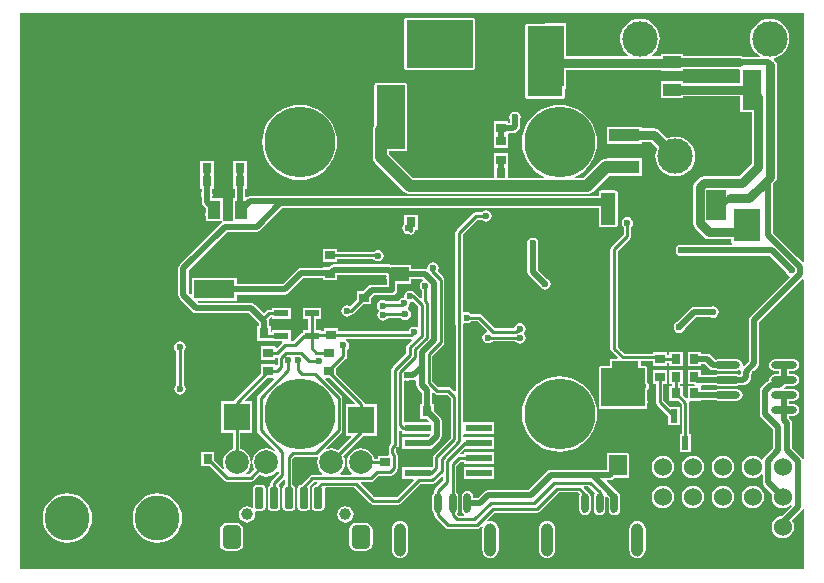
<source format=gbl>
G04*
G04 #@! TF.GenerationSoftware,Altium Limited,Altium Designer,18.0.12 (696)*
G04*
G04 Layer_Physical_Order=4*
G04 Layer_Color=16711680*
%FSLAX25Y25*%
%MOIN*%
G70*
G01*
G75*
%ADD12C,0.01000*%
%ADD47R,0.03402X0.03098*%
%ADD49R,0.03098X0.03402*%
%ADD50R,0.05512X0.20472*%
%ADD57R,0.04331X0.06102*%
%ADD58R,0.04331X0.06102*%
%ADD59R,0.13583X0.06102*%
%ADD60R,0.08661X0.02362*%
G04:AMPARAMS|DCode=61|XSize=110.24mil|YSize=39.37mil|CornerRadius=19.68mil|HoleSize=0mil|Usage=FLASHONLY|Rotation=90.000|XOffset=0mil|YOffset=0mil|HoleType=Round|Shape=RoundedRectangle|*
%AMROUNDEDRECTD61*
21,1,0.11024,0.00000,0,0,90.0*
21,1,0.07087,0.03937,0,0,90.0*
1,1,0.03937,0.00000,0.03544*
1,1,0.03937,0.00000,-0.03544*
1,1,0.03937,0.00000,-0.03544*
1,1,0.03937,0.00000,0.03544*
%
%ADD61ROUNDEDRECTD61*%
G04:AMPARAMS|DCode=62|XSize=23.62mil|YSize=66.93mil|CornerRadius=11.81mil|HoleSize=0mil|Usage=FLASHONLY|Rotation=0.000|XOffset=0mil|YOffset=0mil|HoleType=Round|Shape=RoundedRectangle|*
%AMROUNDEDRECTD62*
21,1,0.02362,0.04331,0,0,0.0*
21,1,0.00000,0.06693,0,0,0.0*
1,1,0.02362,0.00000,-0.02166*
1,1,0.02362,0.00000,-0.02166*
1,1,0.02362,0.00000,0.02166*
1,1,0.02362,0.00000,0.02166*
%
%ADD62ROUNDEDRECTD62*%
%ADD67C,0.02000*%
%ADD68C,0.03000*%
%ADD69C,0.04000*%
%ADD83C,0.06000*%
%ADD85C,0.11800*%
%ADD86C,0.07874*%
%ADD87C,0.15000*%
%ADD88C,0.23600*%
%ADD89C,0.03937*%
%ADD90C,0.02362*%
%ADD91R,0.04724X0.02165*%
G04:AMPARAMS|DCode=92|XSize=27.56mil|YSize=70.87mil|CornerRadius=4.13mil|HoleSize=0mil|Usage=FLASHONLY|Rotation=180.000|XOffset=0mil|YOffset=0mil|HoleType=Round|Shape=RoundedRectangle|*
%AMROUNDEDRECTD92*
21,1,0.02756,0.06260,0,0,180.0*
21,1,0.01929,0.07087,0,0,180.0*
1,1,0.00827,-0.00965,0.03130*
1,1,0.00827,0.00965,0.03130*
1,1,0.00827,0.00965,-0.03130*
1,1,0.00827,-0.00965,-0.03130*
%
%ADD92ROUNDEDRECTD92*%
G04:AMPARAMS|DCode=93|XSize=62.99mil|YSize=78.74mil|CornerRadius=15.75mil|HoleSize=0mil|Usage=FLASHONLY|Rotation=0.000|XOffset=0mil|YOffset=0mil|HoleType=Round|Shape=RoundedRectangle|*
%AMROUNDEDRECTD93*
21,1,0.06299,0.04724,0,0,0.0*
21,1,0.03150,0.07874,0,0,0.0*
1,1,0.03150,0.01575,-0.02362*
1,1,0.03150,-0.01575,-0.02362*
1,1,0.03150,-0.01575,0.02362*
1,1,0.03150,0.01575,0.02362*
%
%ADD93ROUNDEDRECTD93*%
%ADD94O,0.08661X0.02362*%
%ADD95R,0.09055X0.09055*%
%ADD96R,0.12992X0.09449*%
%ADD97R,0.10236X0.04331*%
%ADD98R,0.06102X0.04331*%
%ADD99R,0.06102X0.04331*%
%ADD100R,0.06102X0.13583*%
%ADD101R,0.02362X0.04528*%
%ADD102R,0.11700X0.23700*%
%ADD103R,0.22200X0.15900*%
%ADD104R,0.06400X0.04900*%
%ADD105R,0.09600X0.21300*%
%ADD106R,0.08800X0.11100*%
%ADD107R,0.06600X0.10300*%
%ADD108R,0.04900X0.10800*%
%ADD109R,0.14500X0.13000*%
%ADD110R,0.06000X0.07000*%
G36*
X982135Y262598D02*
X981635Y262390D01*
X980419Y263607D01*
X979893Y263958D01*
X971733Y272118D01*
Y288400D01*
X971723Y288451D01*
X972486Y289214D01*
X972972Y289942D01*
X973143Y290800D01*
Y327900D01*
X972972Y328758D01*
X972486Y329486D01*
X971985Y329821D01*
X971984Y329829D01*
X972087Y330354D01*
X973138Y330673D01*
X974284Y331286D01*
X975290Y332111D01*
X976114Y333116D01*
X976727Y334262D01*
X977104Y335506D01*
X977232Y336800D01*
X977104Y338094D01*
X976727Y339338D01*
X976114Y340484D01*
X975290Y341490D01*
X974284Y342314D01*
X973138Y342927D01*
X971894Y343304D01*
X970600Y343432D01*
X969306Y343304D01*
X968062Y342927D01*
X966916Y342314D01*
X965911Y341490D01*
X965086Y340484D01*
X964473Y339338D01*
X964095Y338094D01*
X963968Y336800D01*
X964095Y335506D01*
X964473Y334262D01*
X965086Y333116D01*
X965911Y332111D01*
X966916Y331286D01*
X967285Y331088D01*
X967159Y330588D01*
X961866D01*
X961358Y330927D01*
X960500Y331098D01*
X941764D01*
Y331720D01*
X934261D01*
Y330943D01*
X931455D01*
X931276Y331443D01*
X932090Y332111D01*
X932914Y333116D01*
X933527Y334262D01*
X933904Y335506D01*
X934032Y336800D01*
X933904Y338094D01*
X933527Y339338D01*
X932914Y340484D01*
X932090Y341490D01*
X931085Y342314D01*
X929938Y342927D01*
X928694Y343304D01*
X927400Y343432D01*
X926106Y343304D01*
X924862Y342927D01*
X923715Y342314D01*
X922711Y341490D01*
X921886Y340484D01*
X921273Y339338D01*
X920895Y338094D01*
X920768Y336800D01*
X920895Y335506D01*
X921273Y334262D01*
X921886Y333116D01*
X922711Y332111D01*
X923524Y331443D01*
X923345Y330943D01*
X902798D01*
Y341936D01*
X895887D01*
Y341814D01*
X889900D01*
X889627Y341759D01*
X889395Y341605D01*
X889241Y341373D01*
X889186Y341100D01*
Y317400D01*
X889241Y317127D01*
X889395Y316895D01*
X889627Y316741D01*
X889900Y316686D01*
X901600D01*
X901873Y316741D01*
X902105Y316895D01*
X902259Y317127D01*
X902314Y317400D01*
Y320064D01*
X902798D01*
Y326457D01*
X934261D01*
Y325990D01*
X941764D01*
Y326612D01*
X960500D01*
X960836Y326336D01*
Y322043D01*
X941764D01*
Y322665D01*
X934261D01*
Y316935D01*
X941764D01*
Y317557D01*
X960836D01*
Y312309D01*
X964657D01*
Y295074D01*
X960426Y290843D01*
X948689D01*
X947830Y290672D01*
X947103Y290186D01*
X945814Y288897D01*
X945328Y288170D01*
X945157Y287311D01*
Y275189D01*
X945328Y274330D01*
X945814Y273603D01*
X948803Y270614D01*
X949530Y270128D01*
X950389Y269957D01*
X957886D01*
Y269000D01*
X957941Y268727D01*
X958095Y268495D01*
X958188Y268433D01*
X958037Y267933D01*
X941992D01*
X941934Y267972D01*
X941200Y268118D01*
X940466Y267972D01*
X939844Y267556D01*
X939428Y266934D01*
X939282Y266200D01*
X939428Y265466D01*
X939844Y264844D01*
X940466Y264428D01*
X941200Y264282D01*
X941934Y264428D01*
X941992Y264467D01*
X970582D01*
X976215Y258834D01*
X976228Y258766D01*
X976644Y258144D01*
X977193Y257777D01*
X977361Y257238D01*
X964274Y244151D01*
X963899Y243589D01*
X963767Y242926D01*
Y229292D01*
X962043Y227568D01*
X961582Y227815D01*
X961619Y228000D01*
X961473Y228734D01*
X961057Y229356D01*
X960435Y229772D01*
X959701Y229918D01*
X953402D01*
X952668Y229772D01*
X952615Y229737D01*
X951126Y231226D01*
X950563Y231601D01*
X949900Y231733D01*
X947800D01*
Y232401D01*
X943302D01*
Y227599D01*
X947800D01*
Y228267D01*
X949182D01*
X950674Y226774D01*
X951237Y226399D01*
X951900Y226267D01*
X952610D01*
X952668Y226228D01*
X953402Y226082D01*
X959701D01*
X960435Y226228D01*
X960564Y226315D01*
X961014Y226014D01*
X960967Y225775D01*
Y224855D01*
X960467Y224751D01*
X960435Y224772D01*
X959701Y224918D01*
X953402D01*
X952668Y224772D01*
X952610Y224733D01*
X947800D01*
Y226401D01*
X943302D01*
Y221599D01*
X945471D01*
X945674Y221401D01*
X945471Y220901D01*
X943302D01*
Y217030D01*
X942840Y216839D01*
X941698Y217981D01*
Y220901D01*
X940672D01*
Y221599D01*
X941698D01*
Y226401D01*
X937200D01*
Y221599D01*
X938225D01*
Y220901D01*
X937200D01*
Y216099D01*
X940119D01*
X941276Y214942D01*
Y205035D01*
X940619D01*
Y199107D01*
X944381D01*
Y205035D01*
X943723D01*
Y215449D01*
X943694Y215599D01*
X944064Y216099D01*
X947800D01*
Y216267D01*
X952610D01*
X952668Y216228D01*
X953402Y216082D01*
X959701D01*
X960435Y216228D01*
X961057Y216644D01*
X961473Y217266D01*
X961619Y218000D01*
X961473Y218734D01*
X961057Y219356D01*
X960435Y219772D01*
X959701Y219918D01*
X953402D01*
X952668Y219772D01*
X952610Y219733D01*
X947800D01*
Y220767D01*
X947800Y220901D01*
X948124Y221267D01*
X952610D01*
X952668Y221228D01*
X953402Y221082D01*
X959701D01*
X960435Y221228D01*
X960493Y221267D01*
X961700D01*
X962363Y221399D01*
X962926Y221774D01*
X963926Y222774D01*
X964301Y223337D01*
X964433Y224000D01*
Y225057D01*
X966726Y227349D01*
X967101Y227911D01*
X967233Y228574D01*
Y242208D01*
X981635Y256610D01*
X982135Y256402D01*
X982135Y196613D01*
X981635Y196564D01*
X981601Y196734D01*
X981226Y197297D01*
X978233Y200289D01*
Y208543D01*
X978101Y209206D01*
X977726Y209769D01*
X977182Y210312D01*
Y211082D01*
X978598D01*
X979332Y211228D01*
X979955Y211644D01*
X980370Y212266D01*
X980516Y213000D01*
X980370Y213734D01*
X979955Y214356D01*
X979332Y214772D01*
X978598Y214918D01*
X977182D01*
Y216082D01*
X978598D01*
X979332Y216228D01*
X979955Y216644D01*
X980370Y217266D01*
X980516Y218000D01*
X980370Y218734D01*
X979955Y219356D01*
X979332Y219772D01*
X978598Y219918D01*
X975525D01*
X975318Y220418D01*
X975982Y221082D01*
X978598D01*
X979332Y221228D01*
X979955Y221644D01*
X980370Y222266D01*
X980516Y223000D01*
X980370Y223734D01*
X979955Y224356D01*
X979332Y224772D01*
X978598Y224918D01*
X977182D01*
Y226082D01*
X978598D01*
X979332Y226228D01*
X979955Y226644D01*
X980370Y227266D01*
X980516Y228000D01*
X980370Y228734D01*
X979955Y229356D01*
X979332Y229772D01*
X978598Y229918D01*
X972299D01*
X971565Y229772D01*
X970943Y229356D01*
X970527Y228734D01*
X970381Y228000D01*
X970527Y227266D01*
X970943Y226644D01*
X971565Y226228D01*
X972299Y226082D01*
X973715D01*
Y224918D01*
X972299D01*
X971565Y224772D01*
X970943Y224356D01*
X970527Y223734D01*
X970381Y223000D01*
X970420Y222803D01*
X970318Y222782D01*
X969756Y222407D01*
X967892Y220543D01*
X967517Y219981D01*
X967385Y219318D01*
Y211682D01*
X967517Y211019D01*
X967892Y210457D01*
X971767Y206582D01*
Y200289D01*
X968774Y197297D01*
X968399Y196734D01*
X968357Y196525D01*
X967822Y196400D01*
X967639Y196639D01*
X966866Y197232D01*
X965966Y197605D01*
X965000Y197732D01*
X964034Y197605D01*
X963134Y197232D01*
X962361Y196639D01*
X961768Y195866D01*
X961395Y194966D01*
X961268Y194000D01*
X961395Y193034D01*
X961768Y192134D01*
X962361Y191361D01*
X963134Y190768D01*
X964034Y190395D01*
X965000Y190268D01*
X965966Y190395D01*
X966866Y190768D01*
X967639Y191361D01*
X967767Y191528D01*
X968267Y191358D01*
Y189000D01*
X968399Y188337D01*
X968774Y187774D01*
X971450Y185099D01*
X971395Y184966D01*
X971268Y184000D01*
X971395Y183034D01*
X971768Y182134D01*
X972361Y181361D01*
X973134Y180768D01*
X974034Y180395D01*
X975000Y180268D01*
X975966Y180395D01*
X976866Y180768D01*
X977405Y181181D01*
X977961Y180996D01*
X977977Y180928D01*
X974747Y177699D01*
X974034Y177605D01*
X973134Y177232D01*
X972361Y176639D01*
X971768Y175866D01*
X971395Y174966D01*
X971268Y174000D01*
X971395Y173034D01*
X971768Y172134D01*
X972361Y171361D01*
X973134Y170768D01*
X974034Y170395D01*
X975000Y170268D01*
X975966Y170395D01*
X976866Y170768D01*
X977639Y171361D01*
X978232Y172134D01*
X978605Y173034D01*
X978732Y174000D01*
X978605Y174966D01*
X978232Y175866D01*
X978052Y176101D01*
X981226Y179274D01*
X981601Y179837D01*
X981635Y180007D01*
X982135Y179958D01*
Y159965D01*
X720615Y159965D01*
X720615Y345185D01*
X982135Y345185D01*
Y262598D01*
D02*
G37*
%LPC*%
G36*
X871700Y343714D02*
X849500D01*
X849227Y343659D01*
X848995Y343505D01*
X848841Y343273D01*
X848786Y343000D01*
Y327100D01*
X848841Y326827D01*
X848995Y326595D01*
X849227Y326441D01*
X849500Y326386D01*
X871700D01*
X871973Y326441D01*
X872205Y326595D01*
X872359Y326827D01*
X872414Y327100D01*
Y343000D01*
X872359Y343273D01*
X872205Y343505D01*
X871973Y343659D01*
X871700Y343714D01*
D02*
G37*
G36*
X885700Y312418D02*
X884966Y312272D01*
X884344Y311856D01*
X883928Y311234D01*
X883782Y310500D01*
X883928Y309766D01*
X883967Y309708D01*
Y308682D01*
X883401D01*
Y309198D01*
X878599D01*
Y304700D01*
X878599D01*
Y300302D01*
X883401D01*
Y304800D01*
X883606Y305216D01*
X884949D01*
X885612Y305347D01*
X886174Y305723D01*
X886926Y306474D01*
X887301Y307037D01*
X887433Y307700D01*
Y309708D01*
X887472Y309766D01*
X887618Y310500D01*
X887472Y311234D01*
X887056Y311856D01*
X886434Y312272D01*
X885700Y312418D01*
D02*
G37*
G36*
X927918Y307480D02*
X916282D01*
Y301750D01*
X927918D01*
Y302372D01*
X931156D01*
X933218Y300310D01*
X933073Y300038D01*
X932695Y298794D01*
X932568Y297500D01*
X932695Y296206D01*
X933073Y294962D01*
X933686Y293815D01*
X934511Y292811D01*
X935515Y291986D01*
X936662Y291373D01*
X937906Y290996D01*
X939200Y290868D01*
X940494Y290996D01*
X941738Y291373D01*
X942885Y291986D01*
X943890Y292811D01*
X944714Y293815D01*
X945327Y294962D01*
X945704Y296206D01*
X945832Y297500D01*
X945704Y298794D01*
X945327Y300038D01*
X944714Y301185D01*
X943890Y302189D01*
X942885Y303014D01*
X941738Y303627D01*
X940494Y304005D01*
X939200Y304132D01*
X937906Y304005D01*
X936662Y303627D01*
X936390Y303482D01*
X933671Y306201D01*
X932943Y306687D01*
X932085Y306858D01*
X927918D01*
Y307480D01*
D02*
G37*
G36*
X813979Y314742D02*
X812017Y314587D01*
X810104Y314128D01*
X808286Y313375D01*
X806609Y312347D01*
X805113Y311069D01*
X803835Y309573D01*
X802807Y307896D01*
X802054Y306078D01*
X801595Y304165D01*
X801440Y302203D01*
X801595Y300242D01*
X802054Y298328D01*
X802807Y296511D01*
X803835Y294833D01*
X805113Y293337D01*
X806609Y292059D01*
X808286Y291031D01*
X810104Y290278D01*
X812017Y289819D01*
X813979Y289665D01*
X815940Y289819D01*
X817853Y290278D01*
X819671Y291031D01*
X821349Y292059D01*
X822845Y293337D01*
X824123Y294833D01*
X825151Y296511D01*
X825904Y298328D01*
X826363Y300242D01*
X826517Y302203D01*
X826363Y304165D01*
X825904Y306078D01*
X825151Y307896D01*
X824123Y309573D01*
X822845Y311069D01*
X821349Y312347D01*
X819671Y313375D01*
X817853Y314128D01*
X815940Y314587D01*
X813979Y314742D01*
D02*
G37*
G36*
X849100Y321914D02*
X839500D01*
X839227Y321859D01*
X838995Y321705D01*
X838841Y321473D01*
X838786Y321200D01*
Y307820D01*
X838741Y307762D01*
X838470Y307105D01*
X838377Y306400D01*
Y297200D01*
X838470Y296495D01*
X838741Y295838D01*
X839174Y295274D01*
X848775Y285673D01*
X849339Y285241D01*
X849996Y284969D01*
X850701Y284876D01*
X909699D01*
X910404Y284969D01*
X911061Y285241D01*
X911625Y285673D01*
X917071Y291120D01*
X927918D01*
Y296850D01*
X916282D01*
Y296708D01*
X916085D01*
X915380Y296616D01*
X914723Y296343D01*
X914159Y295911D01*
X908571Y290322D01*
X905856D01*
X905758Y290813D01*
X906285Y291031D01*
X907963Y292059D01*
X909459Y293337D01*
X910737Y294833D01*
X911765Y296511D01*
X912518Y298328D01*
X912977Y300242D01*
X913132Y302203D01*
X912977Y304165D01*
X912518Y306078D01*
X911765Y307896D01*
X910737Y309573D01*
X909459Y311069D01*
X907963Y312347D01*
X906285Y313375D01*
X904468Y314128D01*
X902554Y314587D01*
X900593Y314742D01*
X898631Y314587D01*
X896718Y314128D01*
X894901Y313375D01*
X893223Y312347D01*
X891727Y311069D01*
X890449Y309573D01*
X889421Y307896D01*
X888668Y306078D01*
X888209Y304165D01*
X888054Y302203D01*
X888209Y300242D01*
X888668Y298328D01*
X889421Y296511D01*
X890449Y294833D01*
X891727Y293337D01*
X893223Y292059D01*
X894901Y291031D01*
X895427Y290813D01*
X895330Y290322D01*
X883300D01*
Y294200D01*
X883401D01*
Y298698D01*
X878599D01*
Y294200D01*
X878802D01*
Y290322D01*
X851829D01*
X843823Y298328D01*
Y299186D01*
X849100D01*
X849373Y299241D01*
X849605Y299395D01*
X849759Y299627D01*
X849814Y299900D01*
Y321200D01*
X849759Y321473D01*
X849605Y321705D01*
X849373Y321859D01*
X849100Y321914D01*
D02*
G37*
G36*
X785300Y296113D02*
X780802D01*
Y291613D01*
X780802D01*
Y286812D01*
X781318D01*
Y285668D01*
X781228Y285534D01*
X781082Y284800D01*
X781228Y284066D01*
X781318Y283932D01*
Y282236D01*
X781450Y281573D01*
X781826Y281011D01*
X782635Y280202D01*
Y278944D01*
X782628Y278934D01*
X782482Y278200D01*
X782628Y277466D01*
X782635Y277456D01*
Y276036D01*
X787932D01*
X787932Y276036D01*
X787932Y276036D01*
X788038Y276036D01*
X788140Y275699D01*
X788140D01*
Y275699D01*
X787871Y275323D01*
X773974Y261426D01*
X773599Y260863D01*
X773467Y260200D01*
Y251266D01*
X773599Y250603D01*
X773974Y250040D01*
X778340Y245674D01*
X778903Y245299D01*
X779566Y245167D01*
X797033D01*
X800318Y241882D01*
Y240901D01*
X799802D01*
Y236099D01*
X804300D01*
Y236537D01*
X804820D01*
Y235978D01*
X807938D01*
X808094Y235534D01*
X808096Y235477D01*
X806363Y233744D01*
X805901Y233936D01*
Y234300D01*
X801099D01*
Y229802D01*
X805901D01*
Y230391D01*
X806054Y230467D01*
X806290Y230419D01*
X806595Y230175D01*
Y227990D01*
X806401Y227845D01*
X805901Y228097D01*
Y228198D01*
X801099D01*
Y225278D01*
X792135Y216314D01*
X791870Y215917D01*
X791860Y215869D01*
X787772D01*
Y205414D01*
X791777D01*
Y200012D01*
X790661Y199550D01*
X789693Y198807D01*
X788950Y197838D01*
X788482Y196711D01*
X788323Y195500D01*
X788482Y194290D01*
X788753Y193635D01*
X788329Y193352D01*
X785500Y196181D01*
Y199101D01*
X781002D01*
Y194299D01*
X783922D01*
X788723Y189498D01*
X789120Y189233D01*
X789588Y189139D01*
X797706D01*
X798174Y189233D01*
X798571Y189498D01*
X800517Y191444D01*
X801632Y190982D01*
X802843Y190823D01*
X804053Y190982D01*
X805181Y191450D01*
X806150Y192193D01*
X806476Y192619D01*
X806977Y192449D01*
Y191807D01*
X804553Y189383D01*
X804288Y188986D01*
X804195Y188518D01*
Y187899D01*
X804019Y187864D01*
X803651Y187618D01*
X803405Y187250D01*
X803318Y186816D01*
Y180556D01*
X803405Y180122D01*
X803651Y179753D01*
X804019Y179507D01*
X804454Y179421D01*
X806383D01*
X806817Y179507D01*
X807185Y179753D01*
X807432Y180122D01*
X807518Y180556D01*
Y186816D01*
X807432Y187250D01*
X807185Y187618D01*
X807048Y187710D01*
X806945Y188288D01*
X806957Y188327D01*
X808616Y189986D01*
X809116Y189778D01*
Y187899D01*
X808940Y187864D01*
X808572Y187618D01*
X808326Y187250D01*
X808240Y186816D01*
Y180556D01*
X808326Y180122D01*
X808572Y179753D01*
X808940Y179507D01*
X809375Y179421D01*
X811304D01*
X811738Y179507D01*
X812107Y179753D01*
X812353Y180122D01*
X812439Y180556D01*
Y186816D01*
X812353Y187250D01*
X812107Y187618D01*
X811738Y187864D01*
X811563Y187899D01*
Y196733D01*
X812259Y197429D01*
X819363D01*
X819772Y197510D01*
X819964Y197368D01*
X820160Y197140D01*
X819982Y196711D01*
X819823Y195500D01*
X819982Y194290D01*
X820450Y193161D01*
X821193Y192193D01*
X821544Y191923D01*
X821374Y191423D01*
X818200D01*
X817732Y191330D01*
X817335Y191065D01*
X814395Y188126D01*
X814276Y187947D01*
X813862Y187864D01*
X813493Y187618D01*
X813247Y187250D01*
X813161Y186816D01*
Y180556D01*
X813247Y180122D01*
X813493Y179753D01*
X813862Y179507D01*
X814296Y179421D01*
X816225D01*
X816660Y179507D01*
X817028Y179753D01*
X817274Y180122D01*
X817360Y180556D01*
Y186816D01*
X817274Y187250D01*
X817156Y187426D01*
X818707Y188977D01*
X819593D01*
X819784Y188515D01*
X819317Y188047D01*
X819252Y187951D01*
X819217D01*
X818783Y187864D01*
X818414Y187618D01*
X818169Y187250D01*
X818082Y186816D01*
Y180556D01*
X818169Y180122D01*
X818414Y179753D01*
X818783Y179507D01*
X819217Y179421D01*
X821146D01*
X821581Y179507D01*
X821949Y179753D01*
X822195Y180122D01*
X822282Y180556D01*
Y186816D01*
X822281Y186819D01*
X822598Y187206D01*
X832197D01*
X837549Y181854D01*
X837945Y181588D01*
X838414Y181495D01*
X846852D01*
X847320Y181588D01*
X847717Y181854D01*
X854258Y188396D01*
X858092D01*
X858560Y188489D01*
X858957Y188754D01*
X861275Y191073D01*
X861738Y190881D01*
Y189468D01*
X859174Y186904D01*
X858909Y186507D01*
X858815Y186039D01*
Y185567D01*
X858683Y185479D01*
X858267Y184856D01*
X858121Y184123D01*
Y179791D01*
X858267Y179058D01*
X858683Y178435D01*
X858815Y178347D01*
Y177961D01*
X858909Y177493D01*
X859174Y177096D01*
X862635Y173635D01*
X863032Y173370D01*
X863500Y173276D01*
X873000D01*
X873468Y173370D01*
X873865Y173635D01*
X874556Y174326D01*
X874980Y174043D01*
X874959Y173992D01*
X874868Y173295D01*
Y166209D01*
X874959Y165512D01*
X875228Y164863D01*
X875656Y164305D01*
X876213Y163878D01*
X876862Y163609D01*
X877559Y163517D01*
X878256Y163609D01*
X878905Y163878D01*
X879462Y164305D01*
X879890Y164863D01*
X880159Y165512D01*
X880250Y166209D01*
Y173295D01*
X880159Y173992D01*
X879890Y174641D01*
X879462Y175199D01*
X878905Y175626D01*
X878256Y175895D01*
X877559Y175987D01*
X876862Y175895D01*
X876812Y175874D01*
X876528Y176298D01*
X879007Y178777D01*
X893000D01*
X893468Y178870D01*
X893865Y179135D01*
X900310Y185580D01*
X906690D01*
X907326Y184944D01*
X907267Y184856D01*
X907121Y184123D01*
Y179791D01*
X907267Y179058D01*
X907683Y178435D01*
X908305Y178020D01*
X909039Y177874D01*
X909773Y178020D01*
X910395Y178435D01*
X910811Y179058D01*
X910957Y179791D01*
Y184123D01*
X910811Y184856D01*
X910395Y185479D01*
X909928Y185791D01*
X909904Y185826D01*
X908612Y187118D01*
X908804Y187580D01*
X910190D01*
X912479Y185291D01*
X912189Y184856D01*
X912043Y184123D01*
Y179791D01*
X912189Y179058D01*
X912605Y178435D01*
X913227Y178020D01*
X913961Y177874D01*
X914695Y178020D01*
X915317Y178435D01*
X915733Y179058D01*
X915879Y179791D01*
Y183998D01*
X916320Y184264D01*
X916964Y183620D01*
Y179791D01*
X917110Y179058D01*
X917526Y178435D01*
X918148Y178020D01*
X918882Y177874D01*
X919616Y178020D01*
X920238Y178435D01*
X920654Y179058D01*
X920800Y179791D01*
Y184123D01*
X920654Y184856D01*
X920238Y185479D01*
X919616Y185894D01*
X919587Y185900D01*
X916378Y189108D01*
X916570Y189570D01*
X917303D01*
X917967Y189702D01*
X918529Y190078D01*
X918738Y190286D01*
X923000D01*
X923273Y190341D01*
X923505Y190495D01*
X923659Y190727D01*
X923714Y191000D01*
Y198000D01*
X923659Y198273D01*
X923505Y198505D01*
X923273Y198659D01*
X923000Y198714D01*
X917000D01*
X916727Y198659D01*
X916495Y198505D01*
X916341Y198273D01*
X916286Y198000D01*
Y193037D01*
X897768D01*
X897105Y192905D01*
X896542Y192529D01*
X890246Y186233D01*
X876636D01*
X876636Y186233D01*
X875973Y186101D01*
X875410Y185726D01*
X875410Y185726D01*
X873375Y183690D01*
X871800D01*
Y184123D01*
X871654Y184856D01*
X871238Y185479D01*
X870616Y185894D01*
X869882Y186040D01*
X869148Y185894D01*
X868526Y185479D01*
X868110Y184856D01*
X867964Y184123D01*
Y179791D01*
X868110Y179058D01*
X868526Y178435D01*
X868843Y178224D01*
X868691Y177724D01*
X867007D01*
X866315Y178415D01*
X866317Y178435D01*
X866733Y179058D01*
X866879Y179791D01*
Y184123D01*
X866733Y184856D01*
X866317Y185479D01*
X866185Y185567D01*
Y194454D01*
X867507Y195776D01*
X868705D01*
Y195119D01*
X878767D01*
Y198881D01*
X868705D01*
Y198223D01*
X867706D01*
X867515Y198685D01*
X868948Y200119D01*
X878767D01*
Y203881D01*
X868705D01*
X868423Y204264D01*
Y204736D01*
X868705Y205119D01*
X868923Y205119D01*
X878767D01*
Y208881D01*
X868923D01*
X868705Y208881D01*
X868423Y209264D01*
Y241533D01*
X868380Y241752D01*
X868818Y242060D01*
X868866Y242028D01*
X869600Y241882D01*
X870334Y242028D01*
X870956Y242444D01*
X871045Y242577D01*
X873293D01*
X876418Y239452D01*
X876253Y238909D01*
X876066Y238872D01*
X875444Y238456D01*
X875028Y237834D01*
X874882Y237100D01*
X875028Y236366D01*
X875444Y235744D01*
X876066Y235328D01*
X876800Y235182D01*
X877534Y235328D01*
X878156Y235744D01*
X878245Y235876D01*
X885888D01*
X886044Y235644D01*
X886666Y235228D01*
X887400Y235082D01*
X888134Y235228D01*
X888756Y235644D01*
X889172Y236266D01*
X889318Y237000D01*
X889172Y237734D01*
X888855Y238208D01*
X888756Y238744D01*
X889172Y239366D01*
X889318Y240100D01*
X889172Y240834D01*
X888756Y241456D01*
X888134Y241872D01*
X887400Y242018D01*
X886666Y241872D01*
X886044Y241456D01*
X885628Y240834D01*
X885526Y240323D01*
X879007D01*
X874665Y244665D01*
X874268Y244930D01*
X873800Y245023D01*
X871045D01*
X870956Y245156D01*
X870334Y245572D01*
X869600Y245718D01*
X868866Y245572D01*
X868783Y245517D01*
X868342Y245752D01*
Y271612D01*
X873207Y276477D01*
X874555D01*
X874644Y276344D01*
X875266Y275928D01*
X876000Y275782D01*
X876734Y275928D01*
X877356Y276344D01*
X877772Y276966D01*
X877918Y277700D01*
X877772Y278434D01*
X877356Y279056D01*
X876734Y279472D01*
X876000Y279618D01*
X875266Y279472D01*
X874644Y279056D01*
X874555Y278924D01*
X872700D01*
X872232Y278830D01*
X871835Y278565D01*
X866254Y272984D01*
X865989Y272587D01*
X865895Y272119D01*
Y241614D01*
X865977Y241206D01*
Y219274D01*
X865515Y219083D01*
X864351Y220246D01*
X863955Y220512D01*
X863486Y220605D01*
X860226D01*
X858205Y222626D01*
Y231074D01*
X861846Y234716D01*
X862111Y235113D01*
X862205Y235581D01*
Y256405D01*
X862111Y256873D01*
X861846Y257270D01*
X859923Y259193D01*
X860172Y259566D01*
X860318Y260300D01*
X860172Y261034D01*
X859756Y261656D01*
X859134Y262072D01*
X858400Y262218D01*
X857666Y262072D01*
X857044Y261656D01*
X856628Y261034D01*
X856517Y260476D01*
X856482Y260300D01*
X856011Y260106D01*
X855875Y260133D01*
X851214D01*
Y260700D01*
X851159Y260973D01*
X851005Y261205D01*
X850773Y261359D01*
X850500Y261414D01*
X844403D01*
X843800Y261534D01*
X825352D01*
X824688Y261402D01*
X824126Y261026D01*
X823798Y260698D01*
X821599D01*
Y260433D01*
X814500D01*
X813837Y260301D01*
X813274Y259926D01*
X808295Y254946D01*
X792991D01*
Y256964D01*
X778009D01*
Y251562D01*
X777547Y251370D01*
X776933Y251984D01*
Y259482D01*
X789818Y272367D01*
X799600D01*
X800263Y272499D01*
X800826Y272874D01*
X808118Y280167D01*
X913586D01*
Y274700D01*
X913641Y274427D01*
X913795Y274195D01*
X914027Y274041D01*
X914300Y273986D01*
X919200D01*
X919473Y274041D01*
X919705Y274195D01*
X919859Y274427D01*
X919914Y274700D01*
Y285500D01*
X919859Y285773D01*
X919705Y286005D01*
X919473Y286159D01*
X919200Y286214D01*
X914300D01*
X914027Y286159D01*
X913795Y286005D01*
X913641Y285773D01*
X913586Y285500D01*
Y284233D01*
X797268D01*
X796604Y284101D01*
X796284Y283888D01*
X795785Y284155D01*
Y286812D01*
X796300D01*
Y291312D01*
X796300D01*
Y296113D01*
X791802D01*
Y291613D01*
X791802D01*
Y286812D01*
X792318D01*
Y283539D01*
X791690D01*
Y276036D01*
X791274Y275833D01*
X789100D01*
X789067Y275827D01*
X788587Y275950D01*
X788587Y275950D01*
D01*
X788365Y276197D01*
X788365Y276365D01*
X788365Y276400D01*
Y283539D01*
X784785D01*
Y284129D01*
X784918Y284800D01*
X784785Y285471D01*
Y286812D01*
X785300D01*
Y291312D01*
X785300D01*
Y296113D01*
D02*
G37*
G36*
X853300Y277901D02*
X848802D01*
Y274995D01*
X848744Y274956D01*
X848328Y274334D01*
X848182Y273600D01*
X848328Y272866D01*
X848744Y272244D01*
X849366Y271828D01*
X850100Y271682D01*
X850286Y271719D01*
X850583Y271521D01*
X851051Y271428D01*
X851519Y271521D01*
X851916Y271786D01*
X852182Y272183D01*
X852275Y272651D01*
Y273099D01*
X853300D01*
Y277901D01*
D02*
G37*
G36*
X826401Y266800D02*
X821599D01*
Y262302D01*
X826401D01*
Y263328D01*
X838535D01*
X838688Y263100D01*
X839310Y262684D01*
X840044Y262538D01*
X840778Y262684D01*
X841400Y263100D01*
X841816Y263722D01*
X841962Y264456D01*
X841816Y265190D01*
X841400Y265812D01*
X840778Y266228D01*
X840044Y266374D01*
X839310Y266228D01*
X838688Y265812D01*
X838662Y265775D01*
X826401D01*
Y266800D01*
D02*
G37*
G36*
X891600Y270418D02*
X890866Y270272D01*
X890244Y269856D01*
X889828Y269234D01*
X889682Y268500D01*
X889828Y267766D01*
X889867Y267708D01*
Y259100D01*
X889999Y258437D01*
X890374Y257874D01*
X893915Y254334D01*
X893928Y254266D01*
X894344Y253644D01*
X894966Y253228D01*
X895700Y253082D01*
X896434Y253228D01*
X897056Y253644D01*
X897472Y254266D01*
X897618Y255000D01*
X897472Y255734D01*
X897056Y256356D01*
X896434Y256772D01*
X896366Y256785D01*
X893333Y259818D01*
Y267708D01*
X893372Y267766D01*
X893518Y268500D01*
X893372Y269234D01*
X892956Y269856D01*
X892334Y270272D01*
X891600Y270418D01*
D02*
G37*
G36*
X951800Y247518D02*
X951066Y247372D01*
X951008Y247333D01*
X945500D01*
X944837Y247201D01*
X944274Y246826D01*
X939834Y242386D01*
X939766Y242372D01*
X939144Y241956D01*
X938728Y241334D01*
X938582Y240600D01*
X938728Y239866D01*
X939144Y239244D01*
X939766Y238828D01*
X940500Y238682D01*
X941234Y238828D01*
X941856Y239244D01*
X942272Y239866D01*
X942286Y239934D01*
X946218Y243867D01*
X951008D01*
X951066Y243828D01*
X951800Y243682D01*
X952534Y243828D01*
X953156Y244244D01*
X953572Y244866D01*
X953718Y245600D01*
X953572Y246334D01*
X953156Y246956D01*
X952534Y247372D01*
X951800Y247518D01*
D02*
G37*
G36*
X923200Y277318D02*
X922466Y277172D01*
X921844Y276756D01*
X921428Y276134D01*
X921282Y275400D01*
X921428Y274666D01*
X921844Y274044D01*
X921976Y273955D01*
Y271507D01*
X917854Y267384D01*
X917589Y266987D01*
X917495Y266519D01*
Y233471D01*
X917589Y233003D01*
X917854Y232606D01*
X919912Y230548D01*
X919721Y230086D01*
X917272D01*
Y227714D01*
X914500D01*
X914227Y227659D01*
X913995Y227505D01*
X913841Y227273D01*
X913786Y227000D01*
Y214000D01*
X913841Y213727D01*
X913995Y213495D01*
X914227Y213341D01*
X914500Y213286D01*
X929000D01*
X929273Y213341D01*
X929505Y213495D01*
X929659Y213727D01*
X929714Y214000D01*
Y214679D01*
X929772Y214766D01*
X929918Y215500D01*
X929772Y216234D01*
X929714Y216321D01*
Y219549D01*
X929856Y219644D01*
X930272Y220266D01*
X930418Y221000D01*
X930272Y221734D01*
X929856Y222356D01*
X929714Y222451D01*
Y227000D01*
X929659Y227273D01*
X929505Y227505D01*
X929273Y227659D01*
X929000Y227714D01*
X927728D01*
Y229362D01*
X931599D01*
Y227802D01*
X936401D01*
Y228828D01*
X937200D01*
Y227599D01*
X941698D01*
Y232401D01*
X937200D01*
Y231275D01*
X936401D01*
Y232300D01*
X931599D01*
Y231809D01*
X922111D01*
X919942Y233978D01*
Y266012D01*
X924065Y270135D01*
X924330Y270532D01*
X924424Y271000D01*
Y273955D01*
X924556Y274044D01*
X924972Y274666D01*
X925118Y275400D01*
X924972Y276134D01*
X924556Y276756D01*
X923934Y277172D01*
X923200Y277318D01*
D02*
G37*
G36*
X774000Y235918D02*
X773266Y235772D01*
X772644Y235356D01*
X772228Y234734D01*
X772082Y234000D01*
X772228Y233266D01*
X772644Y232644D01*
X772877Y232488D01*
Y221445D01*
X772744Y221356D01*
X772328Y220734D01*
X772182Y220000D01*
X772328Y219266D01*
X772744Y218644D01*
X773366Y218228D01*
X774100Y218082D01*
X774834Y218228D01*
X775456Y218644D01*
X775872Y219266D01*
X776018Y220000D01*
X775872Y220734D01*
X775456Y221356D01*
X775323Y221445D01*
Y232622D01*
X775356Y232644D01*
X775772Y233266D01*
X775918Y234000D01*
X775772Y234734D01*
X775356Y235356D01*
X774734Y235772D01*
X774000Y235918D01*
D02*
G37*
G36*
X936401Y226198D02*
X931599D01*
Y221700D01*
X932777D01*
Y215689D01*
X932870Y215221D01*
X933135Y214824D01*
X936879Y211080D01*
Y207965D01*
X940641D01*
Y213893D01*
X937526D01*
X935223Y216196D01*
Y221700D01*
X936401D01*
Y226198D01*
D02*
G37*
G36*
X900593Y224191D02*
X898631Y224036D01*
X896718Y223577D01*
X894901Y222824D01*
X893223Y221796D01*
X891727Y220518D01*
X890449Y219022D01*
X889421Y217344D01*
X888668Y215527D01*
X888209Y213614D01*
X888054Y211652D01*
X888209Y209690D01*
X888668Y207777D01*
X889421Y205960D01*
X890449Y204282D01*
X891727Y202786D01*
X893223Y201508D01*
X894901Y200480D01*
X896718Y199727D01*
X898631Y199268D01*
X900593Y199113D01*
X902554Y199268D01*
X904468Y199727D01*
X906285Y200480D01*
X907963Y201508D01*
X909459Y202786D01*
X910737Y204282D01*
X911765Y205960D01*
X912518Y207777D01*
X912977Y209690D01*
X913132Y211652D01*
X912977Y213614D01*
X912518Y215527D01*
X911765Y217344D01*
X910737Y219022D01*
X909459Y220518D01*
X907963Y221796D01*
X906285Y222824D01*
X904468Y223577D01*
X902554Y224036D01*
X900593Y224191D01*
D02*
G37*
G36*
X955000Y197732D02*
X954034Y197605D01*
X953134Y197232D01*
X952361Y196639D01*
X951768Y195866D01*
X951395Y194966D01*
X951268Y194000D01*
X951395Y193034D01*
X951768Y192134D01*
X952361Y191361D01*
X953134Y190768D01*
X954034Y190395D01*
X955000Y190268D01*
X955966Y190395D01*
X956866Y190768D01*
X957639Y191361D01*
X958232Y192134D01*
X958605Y193034D01*
X958732Y194000D01*
X958605Y194966D01*
X958232Y195866D01*
X957639Y196639D01*
X956866Y197232D01*
X955966Y197605D01*
X955000Y197732D01*
D02*
G37*
G36*
X945000D02*
X944034Y197605D01*
X943134Y197232D01*
X942361Y196639D01*
X941768Y195866D01*
X941395Y194966D01*
X941268Y194000D01*
X941395Y193034D01*
X941768Y192134D01*
X942361Y191361D01*
X943134Y190768D01*
X944034Y190395D01*
X945000Y190268D01*
X945966Y190395D01*
X946866Y190768D01*
X947639Y191361D01*
X948232Y192134D01*
X948605Y193034D01*
X948732Y194000D01*
X948605Y194966D01*
X948232Y195866D01*
X947639Y196639D01*
X946866Y197232D01*
X945966Y197605D01*
X945000Y197732D01*
D02*
G37*
G36*
X935000D02*
X934034Y197605D01*
X933134Y197232D01*
X932361Y196639D01*
X931768Y195866D01*
X931395Y194966D01*
X931268Y194000D01*
X931395Y193034D01*
X931768Y192134D01*
X932361Y191361D01*
X933134Y190768D01*
X934034Y190395D01*
X935000Y190268D01*
X935966Y190395D01*
X936866Y190768D01*
X937639Y191361D01*
X938232Y192134D01*
X938605Y193034D01*
X938732Y194000D01*
X938605Y194966D01*
X938232Y195866D01*
X937639Y196639D01*
X936866Y197232D01*
X935966Y197605D01*
X935000Y197732D01*
D02*
G37*
G36*
X878767Y193881D02*
X868705D01*
Y190119D01*
X878767D01*
Y193881D01*
D02*
G37*
G36*
X801461Y187951D02*
X799532D01*
X799098Y187864D01*
X798730Y187618D01*
X798483Y187250D01*
X798397Y186816D01*
Y180607D01*
X798272Y180496D01*
X797931Y180334D01*
X797709Y180505D01*
X797060Y180774D01*
X796363Y180866D01*
X795666Y180774D01*
X795017Y180505D01*
X794460Y180077D01*
X794032Y179520D01*
X793763Y178871D01*
X793672Y178174D01*
X793763Y177477D01*
X794032Y176828D01*
X794460Y176271D01*
X795017Y175843D01*
X795666Y175574D01*
X796363Y175482D01*
X797060Y175574D01*
X797709Y175843D01*
X798266Y176271D01*
X798694Y176828D01*
X798963Y177477D01*
X799054Y178174D01*
X798963Y178871D01*
X798876Y179080D01*
X798915Y179155D01*
X799253Y179476D01*
X799532Y179421D01*
X801461D01*
X801896Y179507D01*
X802264Y179753D01*
X802510Y180122D01*
X802597Y180556D01*
Y186816D01*
X802510Y187250D01*
X802264Y187618D01*
X801896Y187864D01*
X801461Y187951D01*
D02*
G37*
G36*
X965000Y187732D02*
X964034Y187605D01*
X963134Y187232D01*
X962361Y186639D01*
X961768Y185866D01*
X961395Y184966D01*
X961268Y184000D01*
X961395Y183034D01*
X961768Y182134D01*
X962361Y181361D01*
X963134Y180768D01*
X964034Y180395D01*
X965000Y180268D01*
X965966Y180395D01*
X966866Y180768D01*
X967639Y181361D01*
X968232Y182134D01*
X968605Y183034D01*
X968732Y184000D01*
X968605Y184966D01*
X968232Y185866D01*
X967639Y186639D01*
X966866Y187232D01*
X965966Y187605D01*
X965000Y187732D01*
D02*
G37*
G36*
X955000D02*
X954034Y187605D01*
X953134Y187232D01*
X952361Y186639D01*
X951768Y185866D01*
X951395Y184966D01*
X951268Y184000D01*
X951395Y183034D01*
X951768Y182134D01*
X952361Y181361D01*
X953134Y180768D01*
X954034Y180395D01*
X955000Y180268D01*
X955966Y180395D01*
X956866Y180768D01*
X957639Y181361D01*
X958232Y182134D01*
X958605Y183034D01*
X958732Y184000D01*
X958605Y184966D01*
X958232Y185866D01*
X957639Y186639D01*
X956866Y187232D01*
X955966Y187605D01*
X955000Y187732D01*
D02*
G37*
G36*
X945000D02*
X944034Y187605D01*
X943134Y187232D01*
X942361Y186639D01*
X941768Y185866D01*
X941395Y184966D01*
X941268Y184000D01*
X941395Y183034D01*
X941768Y182134D01*
X942361Y181361D01*
X943134Y180768D01*
X944034Y180395D01*
X945000Y180268D01*
X945966Y180395D01*
X946866Y180768D01*
X947639Y181361D01*
X948232Y182134D01*
X948605Y183034D01*
X948732Y184000D01*
X948605Y184966D01*
X948232Y185866D01*
X947639Y186639D01*
X946866Y187232D01*
X945966Y187605D01*
X945000Y187732D01*
D02*
G37*
G36*
X935000D02*
X934034Y187605D01*
X933134Y187232D01*
X932361Y186639D01*
X931768Y185866D01*
X931395Y184966D01*
X931268Y184000D01*
X931395Y183034D01*
X931768Y182134D01*
X932361Y181361D01*
X933134Y180768D01*
X934034Y180395D01*
X935000Y180268D01*
X935966Y180395D01*
X936866Y180768D01*
X937639Y181361D01*
X938232Y182134D01*
X938605Y183034D01*
X938732Y184000D01*
X938605Y184966D01*
X938232Y185866D01*
X937639Y186639D01*
X936866Y187232D01*
X935966Y187605D01*
X935000Y187732D01*
D02*
G37*
G36*
X829237Y180866D02*
X828540Y180774D01*
X827891Y180505D01*
X827334Y180077D01*
X826906Y179520D01*
X826637Y178871D01*
X826546Y178174D01*
X826637Y177477D01*
X826906Y176828D01*
X827334Y176271D01*
X827891Y175843D01*
X828540Y175574D01*
X829237Y175482D01*
X829934Y175574D01*
X830583Y175843D01*
X831140Y176271D01*
X831568Y176828D01*
X831837Y177477D01*
X831929Y178174D01*
X831837Y178871D01*
X831568Y179520D01*
X831140Y180077D01*
X830583Y180505D01*
X829934Y180774D01*
X829237Y180866D01*
D02*
G37*
G36*
X766500Y185240D02*
X764892Y185081D01*
X763347Y184613D01*
X761922Y183851D01*
X760674Y182826D01*
X759649Y181578D01*
X758887Y180153D01*
X758419Y178607D01*
X758260Y177000D01*
X758419Y175392D01*
X758887Y173847D01*
X759649Y172422D01*
X760674Y171174D01*
X761922Y170149D01*
X763347Y169387D01*
X764892Y168919D01*
X766500Y168760D01*
X768108Y168919D01*
X769653Y169387D01*
X771078Y170149D01*
X772326Y171174D01*
X773351Y172422D01*
X774113Y173847D01*
X774581Y175392D01*
X774740Y177000D01*
X774581Y178607D01*
X774113Y180153D01*
X773351Y181578D01*
X772326Y182826D01*
X771078Y183851D01*
X769653Y184613D01*
X768108Y185081D01*
X766500Y185240D01*
D02*
G37*
G36*
X736500D02*
X734893Y185081D01*
X733347Y184613D01*
X731922Y183851D01*
X730674Y182826D01*
X729649Y181578D01*
X728888Y180153D01*
X728419Y178607D01*
X728260Y177000D01*
X728419Y175392D01*
X728888Y173847D01*
X729649Y172422D01*
X730674Y171174D01*
X731922Y170149D01*
X733347Y169387D01*
X734893Y168919D01*
X736500Y168760D01*
X738107Y168919D01*
X739653Y169387D01*
X741078Y170149D01*
X742326Y171174D01*
X743351Y172422D01*
X744112Y173847D01*
X744581Y175392D01*
X744740Y177000D01*
X744581Y178607D01*
X744112Y180153D01*
X743351Y181578D01*
X742326Y182826D01*
X741078Y183851D01*
X739653Y184613D01*
X738107Y185081D01*
X736500Y185240D01*
D02*
G37*
G36*
X835930Y175375D02*
X832780D01*
X831893Y175199D01*
X831140Y174696D01*
X830638Y173944D01*
X830461Y173056D01*
Y168332D01*
X830638Y167444D01*
X831140Y166692D01*
X831893Y166189D01*
X832780Y166012D01*
X835930D01*
X836818Y166189D01*
X837570Y166692D01*
X838073Y167444D01*
X838249Y168332D01*
Y173056D01*
X838073Y173944D01*
X837570Y174696D01*
X836818Y175199D01*
X835930Y175375D01*
D02*
G37*
G36*
X792820D02*
X789670D01*
X788782Y175199D01*
X788030Y174696D01*
X787527Y173944D01*
X787351Y173056D01*
Y168332D01*
X787527Y167444D01*
X788030Y166692D01*
X788782Y166189D01*
X789670Y166012D01*
X792820D01*
X793707Y166189D01*
X794460Y166692D01*
X794962Y167444D01*
X795139Y168332D01*
Y173056D01*
X794962Y173944D01*
X794460Y174696D01*
X793707Y175199D01*
X792820Y175375D01*
D02*
G37*
G36*
X926559Y175987D02*
X925862Y175895D01*
X925213Y175626D01*
X924656Y175199D01*
X924228Y174641D01*
X923959Y173992D01*
X923868Y173295D01*
Y166209D01*
X923959Y165512D01*
X924228Y164863D01*
X924656Y164305D01*
X925213Y163878D01*
X925862Y163609D01*
X926559Y163517D01*
X927256Y163609D01*
X927905Y163878D01*
X928462Y164305D01*
X928890Y164863D01*
X929159Y165512D01*
X929251Y166209D01*
Y173295D01*
X929159Y173992D01*
X928890Y174641D01*
X928462Y175199D01*
X927905Y175626D01*
X927256Y175895D01*
X926559Y175987D01*
D02*
G37*
G36*
X896441D02*
X895744Y175895D01*
X895095Y175626D01*
X894538Y175199D01*
X894110Y174641D01*
X893841Y173992D01*
X893750Y173295D01*
Y166209D01*
X893841Y165512D01*
X894110Y164863D01*
X894538Y164305D01*
X895095Y163878D01*
X895744Y163609D01*
X896441Y163517D01*
X897138Y163609D01*
X897787Y163878D01*
X898344Y164305D01*
X898772Y164863D01*
X899041Y165512D01*
X899133Y166209D01*
Y173295D01*
X899041Y173992D01*
X898772Y174641D01*
X898344Y175199D01*
X897787Y175626D01*
X897138Y175895D01*
X896441Y175987D01*
D02*
G37*
G36*
X847441D02*
X846744Y175895D01*
X846095Y175626D01*
X845538Y175199D01*
X845110Y174641D01*
X844841Y173992D01*
X844750Y173295D01*
Y166209D01*
X844841Y165512D01*
X845110Y164863D01*
X845538Y164305D01*
X846095Y163878D01*
X846744Y163609D01*
X847441Y163517D01*
X848138Y163609D01*
X848787Y163878D01*
X849344Y164305D01*
X849772Y164863D01*
X850041Y165512D01*
X850132Y166209D01*
Y173295D01*
X850041Y173992D01*
X849772Y174641D01*
X849344Y175199D01*
X848787Y175626D01*
X848138Y175895D01*
X847441Y175987D01*
D02*
G37*
%LPD*%
G36*
X842940Y257567D02*
X842863Y257181D01*
X843009Y256447D01*
X843048Y256389D01*
Y254733D01*
X838051D01*
X837388Y254601D01*
X836826Y254226D01*
X835298Y252698D01*
X833099D01*
Y249778D01*
X830829Y247508D01*
X830434Y247772D01*
X829700Y247918D01*
X828966Y247772D01*
X828344Y247356D01*
X827928Y246734D01*
X827782Y246000D01*
X827928Y245266D01*
X828344Y244644D01*
X828966Y244228D01*
X829700Y244082D01*
X830434Y244228D01*
X831056Y244644D01*
X831159Y244798D01*
X831519Y244870D01*
X831916Y245135D01*
X834981Y248200D01*
X837901D01*
Y250398D01*
X838769Y251267D01*
X843681D01*
X843776Y251286D01*
X844781D01*
X845444Y251417D01*
X846007Y251793D01*
X846383Y252356D01*
X846514Y253019D01*
Y255086D01*
X850500D01*
X850773Y255141D01*
X851005Y255295D01*
X851159Y255527D01*
X851214Y255800D01*
Y256667D01*
X854770D01*
X854922Y256460D01*
X854803Y255829D01*
X854544Y255656D01*
X854128Y255034D01*
X853982Y254300D01*
X854128Y253566D01*
X854544Y252944D01*
X854677Y252855D01*
Y250407D01*
X854215Y250216D01*
X852665Y251765D01*
X852338Y251983D01*
X852156Y252256D01*
X851534Y252672D01*
X850800Y252818D01*
X850066Y252672D01*
X849444Y252256D01*
X849028Y251634D01*
X848885Y250917D01*
X848882Y250900D01*
X848802Y250431D01*
X848365Y250331D01*
X848066Y250272D01*
X847916Y250172D01*
X847444Y249856D01*
X847028Y249234D01*
X847026Y249223D01*
X842855D01*
X842334Y249572D01*
X841600Y249718D01*
X840866Y249572D01*
X840244Y249156D01*
X839828Y248534D01*
X839682Y247800D01*
X839828Y247066D01*
X840176Y246545D01*
X840344Y246056D01*
X839928Y245434D01*
X839782Y244700D01*
X839928Y243966D01*
X840344Y243344D01*
X840966Y242928D01*
X841700Y242782D01*
X842434Y242928D01*
X843056Y243344D01*
X843279Y243676D01*
X847755D01*
X847844Y243544D01*
X848466Y243128D01*
X849200Y242982D01*
X849934Y243128D01*
X850556Y243544D01*
X850972Y244166D01*
X851118Y244900D01*
X850972Y245634D01*
X850556Y246256D01*
X850142Y246533D01*
X850104Y247109D01*
X850156Y247144D01*
X850572Y247766D01*
X850718Y248500D01*
X850718Y248500D01*
X850719Y248505D01*
X850719Y248505D01*
X850800Y248982D01*
X851534Y249128D01*
X851718Y249251D01*
X853358Y247612D01*
Y240852D01*
X852917Y240617D01*
X852834Y240672D01*
X852100Y240818D01*
X851366Y240672D01*
X850744Y240256D01*
X850328Y239634D01*
X850236Y239172D01*
X826901D01*
Y240198D01*
X822099D01*
Y239172D01*
X821180D01*
Y239543D01*
X819341D01*
Y243458D01*
X821180D01*
Y247023D01*
X815056D01*
Y243458D01*
X816895D01*
Y239543D01*
X815056D01*
Y238903D01*
X814992Y238890D01*
X814595Y238625D01*
X811819Y235849D01*
X811391D01*
X810944Y235978D01*
Y239543D01*
X804820D01*
Y238983D01*
X804300D01*
Y240901D01*
X803784D01*
Y242600D01*
X803652Y243263D01*
X803589Y243359D01*
X804247Y244017D01*
X804820D01*
Y243458D01*
X810944D01*
Y247023D01*
X804820D01*
Y246463D01*
X803740D01*
X803272Y246370D01*
X802875Y246105D01*
X801936Y245166D01*
X798977Y248126D01*
X798415Y248501D01*
X797751Y248633D01*
X780284D01*
X779918Y249000D01*
X780109Y249461D01*
X792991D01*
Y251479D01*
X809013D01*
X809676Y251611D01*
X810238Y251987D01*
X815218Y256967D01*
X821599D01*
Y256200D01*
X826401D01*
Y258067D01*
X842555D01*
X842940Y257567D01*
D02*
G37*
G36*
X852867Y222746D02*
Y221389D01*
X852999Y220725D01*
X853374Y220163D01*
X854716Y218822D01*
Y214901D01*
X854200D01*
Y210099D01*
X856398D01*
X857155Y209343D01*
X856963Y208881D01*
X848705D01*
Y222706D01*
X849088Y222911D01*
X849205Y222920D01*
X849900Y222782D01*
X850634Y222928D01*
X850692Y222967D01*
X851900D01*
X852367Y223060D01*
X852867Y222746D01*
D02*
G37*
G36*
X858854Y218516D02*
X859251Y218251D01*
X859719Y218158D01*
X862980D01*
X864277Y216861D01*
Y203716D01*
X858696Y198135D01*
X858431Y197738D01*
X858337Y197270D01*
Y194168D01*
X858051Y193881D01*
X848234D01*
Y190119D01*
X851868D01*
X852059Y189657D01*
X846345Y183942D01*
X838920D01*
X834348Y188515D01*
X834540Y188977D01*
X837601D01*
X838069Y189070D01*
X838466Y189335D01*
X840108Y190977D01*
X844096D01*
X844564Y191070D01*
X844961Y191335D01*
X846266Y192640D01*
X846531Y193037D01*
X846624Y193505D01*
Y197932D01*
X846531Y198400D01*
X846266Y198797D01*
X846042Y199021D01*
Y199979D01*
X846646Y200583D01*
X846912Y200980D01*
X847005Y201448D01*
Y206012D01*
X847466Y206203D01*
X847535Y206135D01*
X847932Y205870D01*
X848234Y205810D01*
Y205119D01*
X857322D01*
X857529Y204619D01*
X856791Y203881D01*
X848234D01*
Y200119D01*
X858294D01*
Y200579D01*
X858587Y200774D01*
X860820Y203008D01*
X861196Y203570D01*
X861328Y204233D01*
X861328Y204233D01*
Y209354D01*
X861196Y210018D01*
X860820Y210580D01*
X858698Y212702D01*
Y214901D01*
X858182D01*
Y218534D01*
X858644Y218726D01*
X858854Y218516D01*
D02*
G37*
G36*
X832387Y215331D02*
X832196Y214869D01*
X829272D01*
Y204414D01*
X831031D01*
X831222Y203952D01*
X826826Y199556D01*
X825710Y200018D01*
X824500Y200177D01*
X823289Y200018D01*
X823080Y199931D01*
X822797Y200355D01*
X827844Y205402D01*
X828109Y205799D01*
X828202Y206267D01*
Y217037D01*
X828109Y217505D01*
X827844Y217902D01*
X822408Y223338D01*
X822600Y223800D01*
X823919D01*
X832387Y215331D01*
D02*
G37*
G36*
X805411Y223200D02*
X800114Y217902D01*
X799848Y217505D01*
X799755Y217037D01*
Y206267D01*
X799848Y205799D01*
X800114Y205402D01*
X805842Y199673D01*
X805512Y199296D01*
X805181Y199550D01*
X804053Y200018D01*
X802843Y200177D01*
X801632Y200018D01*
X800504Y199550D01*
X799536Y198807D01*
X798792Y197838D01*
X798325Y196711D01*
X798166Y195500D01*
X798325Y194290D01*
X798787Y193175D01*
X797199Y191586D01*
X796295D01*
X796134Y192060D01*
X796307Y192193D01*
X797050Y193161D01*
X797518Y194290D01*
X797677Y195500D01*
X797518Y196711D01*
X797050Y197838D01*
X796307Y198807D01*
X795338Y199550D01*
X794223Y200012D01*
Y205414D01*
X798228D01*
Y215869D01*
X795804D01*
X795613Y216331D01*
X802981Y223700D01*
X805204D01*
X805411Y223200D01*
D02*
G37*
G36*
X851208Y236516D02*
X851286Y236243D01*
X849835Y234792D01*
X849570Y234395D01*
X849477Y233927D01*
Y231911D01*
X844916Y227350D01*
X844651Y226954D01*
X844558Y226485D01*
Y201955D01*
X843954Y201351D01*
X843688Y200955D01*
X843595Y200486D01*
Y198514D01*
X843638Y198300D01*
X843297Y197800D01*
X840099D01*
Y196723D01*
X838855D01*
X838393Y197838D01*
X837650Y198807D01*
X836681Y199550D01*
X835553Y200018D01*
X834343Y200177D01*
X833132Y200018D01*
X832004Y199550D01*
X831036Y198807D01*
X830292Y197838D01*
X829825Y196711D01*
X829666Y195500D01*
X829825Y194290D01*
X830292Y193161D01*
X831036Y192193D01*
X831386Y191923D01*
X831217Y191423D01*
X827626D01*
X827456Y191923D01*
X827807Y192193D01*
X828550Y193161D01*
X829018Y194290D01*
X829177Y195500D01*
X829018Y196711D01*
X828556Y197826D01*
X835145Y204414D01*
X839728D01*
Y214869D01*
X835723D01*
Y214949D01*
X835630Y215417D01*
X835365Y215814D01*
X826201Y224978D01*
Y226919D01*
X829365Y230084D01*
X829630Y230481D01*
X829723Y230949D01*
Y233055D01*
X829856Y233144D01*
X830272Y233766D01*
X830418Y234500D01*
X830272Y235234D01*
X829856Y235856D01*
X829304Y236225D01*
X829315Y236511D01*
X829387Y236725D01*
X851061D01*
X851208Y236516D01*
D02*
G37*
D12*
X841400Y248000D02*
X841800D01*
X851051Y272651D02*
Y275500D01*
X850100Y273600D02*
X850102D01*
X851051Y272651D01*
X839749Y264551D02*
X839944Y264356D01*
X823500Y225949D02*
X828500Y230949D01*
X823500Y225949D02*
X834500Y214949D01*
X810200Y226258D02*
Y229500D01*
X809414Y232081D02*
X814286D01*
X807819Y230486D02*
X809414Y232081D01*
X807819Y227219D02*
Y230486D01*
X806549Y225949D02*
X807819Y227219D01*
X808974Y234626D02*
X812326D01*
X806400Y232051D02*
X808974Y234626D01*
X803500Y232051D02*
X806400D01*
X851149Y237949D02*
X852100Y238900D01*
X824500Y237949D02*
X851149D01*
X854581Y237808D02*
Y248119D01*
X856281Y237104D02*
Y248823D01*
X850700Y233927D02*
X854581Y237808D01*
X851800Y250900D02*
X854581Y248119D01*
X852400Y233223D02*
X856281Y237104D01*
X855900Y249204D02*
X856281Y248823D01*
X850700Y231404D02*
Y233927D01*
X852400Y230700D02*
Y233223D01*
X860981Y235581D02*
Y256405D01*
X856981Y231581D02*
X860981Y235581D01*
X856981Y222119D02*
Y231581D01*
X841800Y248000D02*
X848300D01*
X848800Y248500D01*
X850800Y250900D02*
X851800D01*
X841900Y244900D02*
X849200D01*
X841700Y244700D02*
X841900Y244900D01*
X921605Y230586D02*
X934000D01*
X923200Y271000D02*
Y275400D01*
X918719Y266519D02*
X923200Y271000D01*
X918719Y233471D02*
Y266519D01*
X826979Y206267D02*
Y217037D01*
X819363Y198652D02*
X826979Y206267D01*
X811752Y198652D02*
X819363D01*
X810339Y197239D02*
X811752Y198652D01*
X810339Y183686D02*
Y197239D01*
X803500Y225949D02*
X806549D01*
X814286Y232081D02*
X817167Y229200D01*
X814600Y225000D02*
X819016D01*
X813300Y226300D02*
X814600Y225000D01*
X813300Y226300D02*
Y229700D01*
X800979Y217037D02*
X810200Y226258D01*
X831051Y246000D02*
X835500Y250449D01*
X829700Y246000D02*
X831051D01*
X873800Y243800D02*
X878500Y239100D01*
X869600Y243800D02*
X873800D01*
X867119Y241614D02*
Y272119D01*
Y241614D02*
X867200Y241533D01*
X867119Y272119D02*
X872700Y277700D01*
X867200Y202505D02*
Y241533D01*
X878500Y239100D02*
X886133D01*
X886414Y239381D01*
X886681D01*
X887400Y240100D01*
X821429Y188429D02*
X832703D01*
X820182Y187182D02*
X821429Y188429D01*
X820182Y183686D02*
Y187182D01*
X832703Y188429D02*
X838414Y182719D01*
X846852D02*
X853752Y189619D01*
X838414Y182719D02*
X846852D01*
X837601Y190200D02*
X839601Y192200D01*
X818200Y190200D02*
X837601D01*
X856981Y222119D02*
X859719Y219381D01*
X857900Y192000D02*
X859561Y193661D01*
Y197270D02*
X865500Y203209D01*
X859561Y193661D02*
Y197270D01*
X865500Y203209D02*
Y217367D01*
X853264Y192000D02*
X857900D01*
X861261Y196566D02*
X867200Y202505D01*
X862961Y195862D02*
X869099Y202000D01*
X873736D01*
X844096Y192200D02*
X845401Y193505D01*
X839601Y192200D02*
X844096D01*
X848400Y207000D02*
X853264D01*
X847481Y207919D02*
X848400Y207000D01*
X847481Y207919D02*
Y225781D01*
X844819Y200486D02*
X845781Y201448D01*
X844819Y198514D02*
Y200486D01*
Y198514D02*
X845401Y197932D01*
Y193505D02*
Y197932D01*
X845781Y201448D02*
Y226485D01*
X850700Y231404D01*
X847481Y225781D02*
X852400Y230700D01*
X800979Y206267D02*
X808200Y199046D01*
Y191300D02*
Y199046D01*
X805418Y188518D02*
X808200Y191300D01*
X872700Y277700D02*
X876000D01*
X817167Y229200D02*
X820500D01*
X819449Y232051D02*
X823500D01*
X818000Y233500D02*
X819449Y232051D01*
X818000Y233500D02*
Y237642D01*
X819016Y225000D02*
X826979Y217037D01*
X800979Y206267D02*
Y217037D01*
X812326Y234626D02*
X815460Y237760D01*
X818118D01*
X815261Y187261D02*
X818200Y190200D01*
X815261Y183686D02*
Y187261D01*
X805418Y183686D02*
Y188518D01*
X797706Y190363D02*
X802843Y195500D01*
X789588Y190363D02*
X797706D01*
X783251Y196700D02*
X789588Y190363D01*
X861261Y192788D02*
Y196566D01*
X858092Y189619D02*
X861261Y192788D01*
X853752Y189619D02*
X858092D01*
X862961Y188961D02*
Y195862D01*
X876800Y237100D02*
X887300D01*
X887400Y237000D01*
X824000Y264551D02*
X839749D01*
X802051Y242600D02*
Y243551D01*
X857986Y259400D02*
X860981Y256405D01*
X855900Y249204D02*
Y254300D01*
X858400Y259814D02*
Y260300D01*
X857986Y259400D02*
X858400Y259814D01*
X841800Y248000D02*
X842000Y248200D01*
X841600Y247800D02*
X841800Y248000D01*
X918719Y233471D02*
X921605Y230586D01*
X934000Y230051D02*
Y230586D01*
X844949Y272451D02*
X845700Y271700D01*
X844949Y272451D02*
Y275500D01*
X863486Y219381D02*
X865500Y217367D01*
X859719Y219381D02*
X863486D01*
X841400Y248000D02*
X841600Y247800D01*
X774000Y234000D02*
X774100Y233900D01*
Y220000D02*
Y233900D01*
X828500Y230949D02*
Y234500D01*
X942500Y202071D02*
Y215449D01*
X939449Y218500D02*
X942500Y215449D01*
X939449Y218500D02*
Y224000D01*
X934000Y215689D02*
X938760Y210929D01*
X934000Y215689D02*
Y223949D01*
X939398Y230051D02*
X939449Y230000D01*
X934000Y230051D02*
X939398D01*
X842449Y195500D02*
X842500Y195551D01*
X834343Y195500D02*
X842449D01*
X802051Y243551D02*
X803740Y245240D01*
X807882D01*
X802051Y238500D02*
X802791Y237760D01*
X807882D01*
X818000Y237642D02*
X818118Y237760D01*
X822409Y233142D02*
X823500Y232051D01*
X818307Y237949D02*
X824500D01*
X818118Y237760D02*
X818307Y237949D01*
X818118Y237760D02*
Y245240D01*
X793000Y210642D02*
Y215449D01*
X803500Y225949D01*
X793000Y210642D02*
X793000Y210642D01*
Y195500D02*
Y210642D01*
X834500Y205500D02*
Y209642D01*
X824500Y195500D02*
X834500Y205500D01*
Y209642D02*
Y214949D01*
X910697Y188804D02*
X913961Y185539D01*
X898804Y188804D02*
X910697D01*
X913961Y181957D02*
Y185539D01*
X892000Y182000D02*
X898804Y188804D01*
X909039Y181957D02*
Y184961D01*
X907197Y186803D02*
X909039Y184961D01*
X899804Y186803D02*
X907197D01*
X893000Y180000D02*
X899804Y186803D01*
X877672Y182000D02*
X892000D01*
X872172Y176500D02*
X877672Y182000D01*
X866500Y176500D02*
X872172D01*
X864961Y178039D02*
X866500Y176500D01*
X878500Y180000D02*
X893000D01*
X873000Y174500D02*
X878500Y180000D01*
X864961Y178039D02*
Y181957D01*
X863500Y174500D02*
X873000D01*
X860039Y177961D02*
X863500Y174500D01*
X860039Y177961D02*
Y181957D01*
Y186039D02*
X862961Y188961D01*
X860039Y181957D02*
Y186039D01*
X864961Y181957D02*
Y194961D01*
X867000Y197000D01*
X873736D01*
D47*
X934000Y223949D02*
D03*
Y230051D02*
D03*
X823800Y226049D02*
D03*
Y232151D02*
D03*
X803500Y225949D02*
D03*
Y232051D02*
D03*
X881000Y302551D02*
D03*
X881000Y296449D02*
D03*
X881000Y313051D02*
D03*
X881000Y306949D02*
D03*
X824500Y237949D02*
D03*
Y244051D02*
D03*
X835500Y250449D02*
D03*
Y256551D02*
D03*
X824000Y264551D02*
D03*
Y258449D02*
D03*
X842500Y195551D02*
D03*
Y189449D02*
D03*
D49*
X939449Y230000D02*
D03*
X945551D02*
D03*
Y224000D02*
D03*
X939449D02*
D03*
Y218500D02*
D03*
X945551D02*
D03*
X787949Y289213D02*
D03*
X794051D02*
D03*
X776949Y289213D02*
D03*
X783051Y289213D02*
D03*
X776949Y293713D02*
D03*
X783051D02*
D03*
X787949Y293713D02*
D03*
X794051D02*
D03*
X874949Y292000D02*
D03*
X881051Y292000D02*
D03*
X856449Y212500D02*
D03*
X862551Y212500D02*
D03*
X777149Y196700D02*
D03*
X783251Y196700D02*
D03*
X795949Y238500D02*
D03*
X802051D02*
D03*
X844949Y275500D02*
D03*
X851051D02*
D03*
D50*
X879657Y331000D02*
D03*
X899343D02*
D03*
D57*
X776445Y279787D02*
D03*
D58*
X794555Y279787D02*
D03*
X785500Y279787D02*
D03*
D59*
X785500Y253213D02*
D03*
D60*
X873736Y207000D02*
D03*
Y202000D02*
D03*
X873736Y192000D02*
D03*
X853264Y207000D02*
D03*
Y202000D02*
D03*
Y192000D02*
D03*
X873736Y197000D02*
D03*
X853264D02*
D03*
D61*
X926559Y169752D02*
D03*
X896441D02*
D03*
X877559D02*
D03*
X847441D02*
D03*
D62*
X918882Y181957D02*
D03*
X913961D02*
D03*
X909039D02*
D03*
X904118D02*
D03*
X869882D02*
D03*
X864961D02*
D03*
X860039D02*
D03*
X855118D02*
D03*
D67*
X783051Y282236D02*
Y293713D01*
X785500Y253213D02*
X809013D01*
X854600Y232311D02*
X858781Y236492D01*
X854600Y227400D02*
Y232311D01*
X858781Y236492D02*
Y255493D01*
X855875Y258400D02*
X858781Y255493D01*
X849600Y258400D02*
X855875D01*
X973700Y221251D02*
X975449Y223000D01*
X973700Y221181D02*
Y221251D01*
X970982Y221181D02*
X973700D01*
X961700Y223000D02*
X962700Y224000D01*
Y225775D01*
X965500Y228574D01*
X885700Y307700D02*
Y310500D01*
X884949Y306949D02*
X885700Y307700D01*
X980881Y258307D02*
Y260693D01*
X979193Y262381D02*
X980881Y260693D01*
X979019Y262381D02*
X979193D01*
X970000Y271400D02*
X979019Y262381D01*
X970000Y271400D02*
Y288400D01*
X969250Y289150D02*
X970000Y288400D01*
X965500Y242926D02*
X980881Y258307D01*
X965500Y228574D02*
Y242926D01*
X956551Y223000D02*
X961700D01*
X960500Y213000D02*
X962700Y215200D01*
X954800Y231600D02*
X960175D01*
X969945Y328855D02*
X970900Y327900D01*
X921901Y233401D02*
X952999D01*
X921100Y234202D02*
X921901Y233401D01*
X857361Y202000D02*
X859595Y204233D01*
X853264Y202000D02*
X857361D01*
X859595Y204233D02*
Y209354D01*
X856937Y197757D02*
X862595Y203415D01*
X856937Y197757D02*
X857361D01*
X862595Y203415D02*
Y210597D01*
X881000Y292051D02*
X881051Y292000D01*
X881000Y292051D02*
Y296449D01*
X881000Y302551D02*
X881000Y302551D01*
X881000Y302551D02*
Y306949D01*
X884949D01*
X849900Y224700D02*
X851900D01*
X844781Y257181D02*
Y258819D01*
X856604Y197000D02*
X857361Y197757D01*
X891600Y259100D02*
X895700Y255000D01*
X891600Y259100D02*
Y268500D01*
X776949Y280291D02*
Y293713D01*
X776445Y279787D02*
X776949Y280291D01*
X783051Y282236D02*
X785500Y279787D01*
X794051Y280291D02*
Y293713D01*
Y280291D02*
X794555Y279787D01*
X843700Y253019D02*
X844781D01*
X843681Y253000D02*
X843700Y253019D01*
X838051Y253000D02*
X843681D01*
X835500Y250449D02*
X838051Y253000D01*
X844781Y253019D02*
Y257181D01*
X843800Y259800D02*
X844781Y258819D01*
X825352Y259800D02*
X843800D01*
X824000Y258449D02*
X825352Y259800D01*
X823749Y258700D02*
X824000Y258449D01*
X814500Y258700D02*
X823749D01*
X809013Y253213D02*
X814500Y258700D01*
X807400Y281900D02*
X915400D01*
X799600Y274100D02*
X807400Y281900D01*
X789100Y274100D02*
X799600D01*
X775200Y260200D02*
X789100Y274100D01*
X775200Y251266D02*
Y260200D01*
Y251266D02*
X779566Y246900D01*
X797751D02*
X802051Y242600D01*
Y238500D02*
Y242600D01*
X779566Y246900D02*
X797751D01*
X851900Y224700D02*
X854600Y227400D01*
X856449Y212500D02*
Y219540D01*
X854600Y221389D02*
X856449Y219540D01*
X854600Y221389D02*
Y227400D01*
X915200Y282500D02*
X916500Y283800D01*
X797268Y282500D02*
X915200D01*
X794555Y279787D02*
X797268Y282500D01*
X915400Y281900D02*
X916700Y280600D01*
X953900Y280200D02*
X957300Y283600D01*
X960500Y328855D02*
X969945D01*
X964587Y319800D02*
X964587Y319800D01*
X945500Y245600D02*
X951800D01*
X940500Y240600D02*
X945500Y245600D01*
X921100Y234202D02*
Y234600D01*
X948311Y213000D02*
X956551D01*
X946240Y210929D02*
X948311Y213000D01*
X956551D02*
X960500D01*
X952999Y233401D02*
X954800Y231600D01*
X945551Y230000D02*
X949900D01*
X951900Y228000D01*
X956551D01*
X945551Y224000D02*
X946551Y223000D01*
X956551D01*
X945551Y218500D02*
X946051Y218000D01*
X956551D01*
X941200Y266200D02*
X971300D01*
X978000Y259500D01*
X862551Y210640D02*
Y212500D01*
Y210640D02*
X862595Y210597D01*
X853264Y197000D02*
X856604D01*
X856449Y212500D02*
X859595Y209354D01*
X969118Y211682D02*
Y219318D01*
X970982Y221181D01*
X980000Y180500D02*
Y196071D01*
X975000Y175500D02*
X980000Y180500D01*
X975000Y174000D02*
Y175500D01*
X975449Y209594D02*
Y213000D01*
Y209594D02*
X976500Y208543D01*
Y199571D02*
Y208543D01*
Y199571D02*
X980000Y196071D01*
X969118Y211682D02*
X973500Y207300D01*
Y199571D02*
Y207300D01*
X970000Y196071D02*
X973500Y199571D01*
X970000Y189000D02*
Y196071D01*
Y189000D02*
X975000Y184000D01*
X975449Y228000D02*
X975449Y228000D01*
Y223000D02*
Y228000D01*
X975449Y213000D02*
X975449Y213000D01*
X975449Y213000D02*
Y218000D01*
X917303Y191304D02*
X918500Y192500D01*
X911732Y191304D02*
X917303D01*
X874093Y181957D02*
X876636Y184500D01*
X890965D01*
X897768Y191304D01*
X911732D01*
X869882Y181957D02*
X874093D01*
X918882D02*
Y184153D01*
X911732Y191304D02*
X918882Y184153D01*
D68*
X969250Y289150D02*
X970900Y290800D01*
X963700Y283600D02*
X969250Y289150D01*
X895209Y330409D02*
X896918Y328700D01*
X938013D01*
X894500Y329700D02*
X895209Y330409D01*
X938013Y328700D02*
Y328855D01*
X970900Y290800D02*
Y327900D01*
X964587Y319800D02*
X966900Y317487D01*
Y294145D02*
Y317487D01*
X961355Y288600D02*
X966900Y294145D01*
X932085Y304615D02*
X939200Y297500D01*
X922100Y304615D02*
X932085D01*
X938013Y319800D02*
X964587D01*
X950389Y272200D02*
X961400D01*
X957300Y283600D02*
X963700D01*
X961400Y274200D02*
X965600Y278400D01*
X961400Y272200D02*
Y274200D01*
X947400Y275189D02*
X950389Y272200D01*
X947400Y275189D02*
Y287311D01*
X948689Y288600D01*
X961355D01*
X938013Y328855D02*
X960500D01*
D69*
X841100Y297200D02*
Y306400D01*
X916085Y293985D02*
X922100D01*
X909699Y287599D02*
X916085Y293985D01*
X850701Y287599D02*
X909699D01*
X841100Y306400D02*
X842800Y308100D01*
X841100Y297200D02*
X850701Y287599D01*
D83*
X935000Y174000D02*
D03*
Y184000D02*
D03*
Y194000D02*
D03*
X955000Y174000D02*
D03*
Y184000D02*
D03*
Y194000D02*
D03*
X965000Y174000D02*
D03*
Y184000D02*
D03*
Y194000D02*
D03*
X975000Y174000D02*
D03*
Y184000D02*
D03*
Y194000D02*
D03*
X945000Y174000D02*
D03*
Y184000D02*
D03*
Y194000D02*
D03*
D85*
X970600Y336800D02*
D03*
X927400D02*
D03*
X958800Y297500D02*
D03*
X939200D02*
D03*
D86*
X824500Y195500D02*
D03*
X834343Y195500D02*
D03*
X793000Y195500D02*
D03*
X802843D02*
D03*
D87*
X736500Y177000D02*
D03*
X766500D02*
D03*
D88*
X900593Y211652D02*
D03*
Y302203D02*
D03*
X813979D02*
D03*
Y211652D02*
D03*
D89*
X829237Y178174D02*
D03*
X796363D02*
D03*
D90*
X850100Y273600D02*
D03*
X840044Y264456D02*
D03*
X810200Y229500D02*
D03*
X852100Y238900D02*
D03*
X849600Y258400D02*
D03*
X850800Y250900D02*
D03*
X848800Y248500D02*
D03*
X849200Y244900D02*
D03*
X829700Y246000D02*
D03*
X869600Y243800D02*
D03*
X864300Y242400D02*
D03*
X889300Y314900D02*
D03*
X885700Y310500D02*
D03*
X847500Y297000D02*
D03*
X839300Y250000D02*
D03*
X796200D02*
D03*
X795700Y257700D02*
D03*
X798600Y201200D02*
D03*
X885700Y265400D02*
D03*
X871300Y247800D02*
D03*
X885400Y252900D02*
D03*
X885200Y247100D02*
D03*
X876400Y232600D02*
D03*
X850900Y212600D02*
D03*
X876000Y212400D02*
D03*
X875400Y219900D02*
D03*
X863600Y228700D02*
D03*
X841800Y162100D02*
D03*
X791300Y185700D02*
D03*
X820600Y278100D02*
D03*
X807700Y287600D02*
D03*
X800100Y293900D02*
D03*
X799300Y288000D02*
D03*
X786100Y298500D02*
D03*
X794200D02*
D03*
X777700Y299000D02*
D03*
X775500Y273400D02*
D03*
X887700Y313200D02*
D03*
X870200Y291800D02*
D03*
X831400Y332700D02*
D03*
X842400Y333600D02*
D03*
X924800Y325100D02*
D03*
X977800Y325000D02*
D03*
X954500Y337700D02*
D03*
X945100Y337400D02*
D03*
X912600Y332300D02*
D03*
X915700Y321700D02*
D03*
X924600Y314700D02*
D03*
X922900Y282400D02*
D03*
X942700Y286100D02*
D03*
X942400Y260100D02*
D03*
X950400Y256900D02*
D03*
X894600Y243900D02*
D03*
X902800Y264000D02*
D03*
X902500Y275300D02*
D03*
X891700Y278100D02*
D03*
X864000Y250700D02*
D03*
X870700Y253200D02*
D03*
X847900Y252600D02*
D03*
X853100Y264200D02*
D03*
X857200Y273600D02*
D03*
X839100Y278100D02*
D03*
X833600Y288000D02*
D03*
X828300Y287900D02*
D03*
X827400Y273400D02*
D03*
X816600Y266200D02*
D03*
X807400Y249700D02*
D03*
X787700Y241100D02*
D03*
X783300Y227900D02*
D03*
X790200Y219400D02*
D03*
X970600Y163700D02*
D03*
X939300Y164100D02*
D03*
X915000Y168500D02*
D03*
X906400Y165800D02*
D03*
X869500Y170200D02*
D03*
X859000Y164000D02*
D03*
X822500Y165300D02*
D03*
X816500Y170200D02*
D03*
X809500Y165100D02*
D03*
X804000Y170700D02*
D03*
X798900Y165000D02*
D03*
X977300Y282800D02*
D03*
X976300Y273800D02*
D03*
X972400Y240000D02*
D03*
X962400Y234500D02*
D03*
X973800Y233000D02*
D03*
X963200Y212800D02*
D03*
X965900Y224900D02*
D03*
X965500Y205700D02*
D03*
X960600Y202100D02*
D03*
X955600Y207400D02*
D03*
X873800Y187300D02*
D03*
X897600Y195600D02*
D03*
X912100Y196300D02*
D03*
X826300Y311200D02*
D03*
X837300Y309100D02*
D03*
X837000Y315700D02*
D03*
X826700Y319300D02*
D03*
X835300Y297000D02*
D03*
X836500Y323600D02*
D03*
X892000Y319300D02*
D03*
X894000Y323200D02*
D03*
X891600Y327000D02*
D03*
X894500Y329700D02*
D03*
X891700Y332200D02*
D03*
X894400Y335400D02*
D03*
X891500Y338900D02*
D03*
X870100Y317900D02*
D03*
X873300Y316600D02*
D03*
X869500Y314600D02*
D03*
X873400Y311900D02*
D03*
X869600Y309700D02*
D03*
X873400Y308000D02*
D03*
X869700Y305900D02*
D03*
X873400Y303800D02*
D03*
X869700Y301800D02*
D03*
X869600Y329500D02*
D03*
X869900Y332500D02*
D03*
X868900Y335400D02*
D03*
X869000Y338900D02*
D03*
X866300Y340600D02*
D03*
X860300Y340100D02*
D03*
X854400Y339700D02*
D03*
X852800Y337000D02*
D03*
X852700Y333100D02*
D03*
X852600Y330200D02*
D03*
X784400Y278200D02*
D03*
X789900Y253100D02*
D03*
X781200Y253400D02*
D03*
X839400Y185100D02*
D03*
X876000Y277700D02*
D03*
X820500Y229200D02*
D03*
X813300Y229700D02*
D03*
X849900Y224700D02*
D03*
X847200Y199500D02*
D03*
X844781Y257181D02*
D03*
X887400Y237000D02*
D03*
Y240100D02*
D03*
X785500Y253213D02*
D03*
X783000Y284800D02*
D03*
X841200Y256400D02*
D03*
X837500Y220600D02*
D03*
X858400Y260300D02*
D03*
X843400Y224500D02*
D03*
X854600Y227400D02*
D03*
X891600Y268500D02*
D03*
X895700Y255000D02*
D03*
X843100Y302600D02*
D03*
X846800Y303600D02*
D03*
X842800Y308100D02*
D03*
X846800Y311700D02*
D03*
X843200Y313800D02*
D03*
X847100Y317700D02*
D03*
X843400Y318300D02*
D03*
X960500Y270400D02*
D03*
X965600Y270500D02*
D03*
Y278400D02*
D03*
X960300Y278100D02*
D03*
X951400Y283200D02*
D03*
X955100Y278500D02*
D03*
X951600Y278200D02*
D03*
X951800Y245600D02*
D03*
X940500Y240600D02*
D03*
X923200Y275400D02*
D03*
X921100Y234600D02*
D03*
X941200Y266200D02*
D03*
X845700Y271700D02*
D03*
X852300Y219600D02*
D03*
X860400Y223800D02*
D03*
X855900Y254300D02*
D03*
X841600Y247800D02*
D03*
X841700Y244700D02*
D03*
X916500Y277100D02*
D03*
X916700Y280600D02*
D03*
X916500Y283800D02*
D03*
X876800Y237100D02*
D03*
X774000Y234000D02*
D03*
X774100Y220000D02*
D03*
X828500Y234500D02*
D03*
X978000Y259500D02*
D03*
X804000Y267000D02*
D03*
X809000Y272000D02*
D03*
X828500Y252500D02*
D03*
X825000D02*
D03*
X928500Y221000D02*
D03*
X928000Y215500D02*
D03*
X916500D02*
D03*
X916000Y221000D02*
D03*
X862500Y217000D02*
D03*
X900500Y177000D02*
D03*
X882000Y176500D02*
D03*
X847500Y180000D02*
D03*
X833300Y184000D02*
D03*
X846500Y186500D02*
D03*
X796500Y243000D02*
D03*
X791000Y236500D02*
D03*
X828500Y241000D02*
D03*
X813500Y241500D02*
D03*
X920000Y194500D02*
D03*
X921500Y192500D02*
D03*
X918500D02*
D03*
X725000Y209000D02*
D03*
X730500D02*
D03*
X736000Y202500D02*
D03*
X763000Y196500D02*
D03*
X768000Y207500D02*
D03*
X766500Y219500D02*
D03*
X770000Y224500D02*
D03*
X762000Y226500D02*
D03*
X757000D02*
D03*
X752500Y222500D02*
D03*
X728500Y203000D02*
D03*
X750000Y162000D02*
D03*
X766500D02*
D03*
X780500Y177500D02*
D03*
X723500Y177000D02*
D03*
X784500Y205500D02*
D03*
X779500Y189500D02*
D03*
X737500Y162000D02*
D03*
X760500D02*
D03*
X774000Y161500D02*
D03*
X779000Y169000D02*
D03*
X724000Y189000D02*
D03*
Y166500D02*
D03*
X729500Y161500D02*
D03*
D91*
X807882Y237760D02*
D03*
X807882Y241500D02*
D03*
Y245240D02*
D03*
X818118D02*
D03*
Y237760D02*
D03*
D92*
X810339Y183686D02*
D03*
X800497D02*
D03*
X825103D02*
D03*
X805418D02*
D03*
X815261D02*
D03*
X820182D02*
D03*
D93*
X791245Y170694D02*
D03*
X834355D02*
D03*
D94*
X975449Y228000D02*
D03*
X975449Y223000D02*
D03*
X975449Y218000D02*
D03*
X975449Y213000D02*
D03*
X956551Y228000D02*
D03*
Y223000D02*
D03*
X956551Y218000D02*
D03*
Y213000D02*
D03*
D95*
X793000Y210642D02*
D03*
X793000Y228358D02*
D03*
X922500Y224858D02*
D03*
X922500Y207142D02*
D03*
X834500Y227358D02*
D03*
Y209642D02*
D03*
D96*
X861600Y304919D02*
D03*
Y332281D02*
D03*
D97*
X922100Y293985D02*
D03*
Y304615D02*
D03*
D98*
X938013Y310745D02*
D03*
D99*
X938013Y319800D02*
D03*
X938013Y328855D02*
D03*
D100*
X964587Y319800D02*
D03*
D101*
X942500Y202071D02*
D03*
X946240Y210929D02*
D03*
X938760D02*
D03*
D102*
X895750Y329250D02*
D03*
D103*
X860600Y335050D02*
D03*
D104*
X847300Y258250D02*
D03*
D105*
X844300Y310550D02*
D03*
D106*
X963000Y274550D02*
D03*
D107*
X952900Y281250D02*
D03*
D108*
X916750Y280100D02*
D03*
D109*
X921750Y220500D02*
D03*
D110*
X920000Y194500D02*
D03*
M02*

</source>
